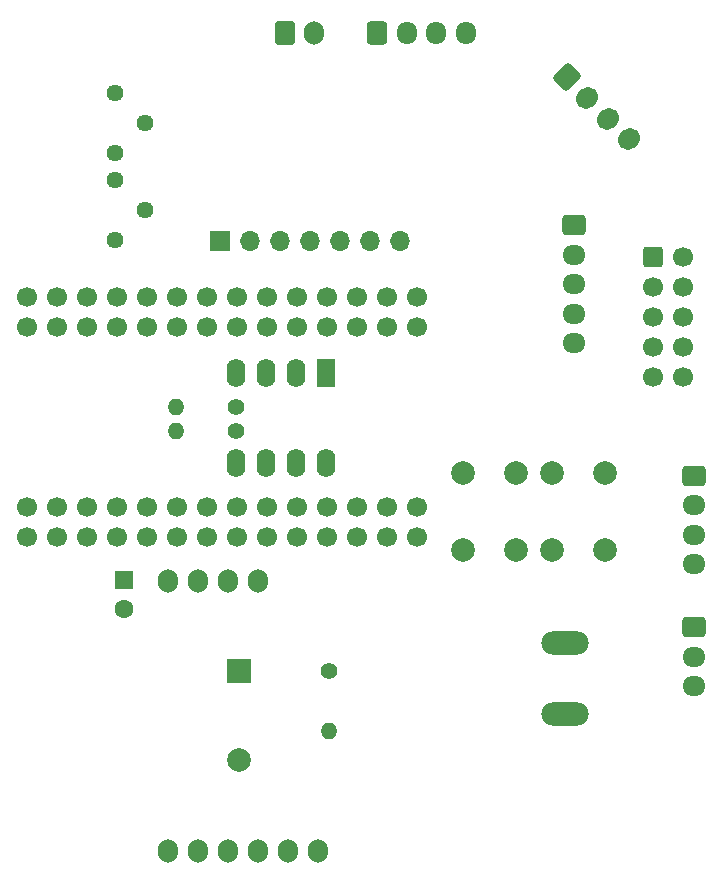
<source format=gbr>
%TF.GenerationSoftware,KiCad,Pcbnew,7.0.9*%
%TF.CreationDate,2024-06-22T14:55:11+09:00*%
%TF.ProjectId,Main,4d61696e-2e6b-4696-9361-645f70636258,rev?*%
%TF.SameCoordinates,Original*%
%TF.FileFunction,Soldermask,Bot*%
%TF.FilePolarity,Negative*%
%FSLAX46Y46*%
G04 Gerber Fmt 4.6, Leading zero omitted, Abs format (unit mm)*
G04 Created by KiCad (PCBNEW 7.0.9) date 2024-06-22 14:55:11*
%MOMM*%
%LPD*%
G01*
G04 APERTURE LIST*
G04 Aperture macros list*
%AMRoundRect*
0 Rectangle with rounded corners*
0 $1 Rounding radius*
0 $2 $3 $4 $5 $6 $7 $8 $9 X,Y pos of 4 corners*
0 Add a 4 corners polygon primitive as box body*
4,1,4,$2,$3,$4,$5,$6,$7,$8,$9,$2,$3,0*
0 Add four circle primitives for the rounded corners*
1,1,$1+$1,$2,$3*
1,1,$1+$1,$4,$5*
1,1,$1+$1,$6,$7*
1,1,$1+$1,$8,$9*
0 Add four rect primitives between the rounded corners*
20,1,$1+$1,$2,$3,$4,$5,0*
20,1,$1+$1,$4,$5,$6,$7,0*
20,1,$1+$1,$6,$7,$8,$9,0*
20,1,$1+$1,$8,$9,$2,$3,0*%
%AMHorizOval*
0 Thick line with rounded ends*
0 $1 width*
0 $2 $3 position (X,Y) of the first rounded end (center of the circle)*
0 $4 $5 position (X,Y) of the second rounded end (center of the circle)*
0 Add line between two ends*
20,1,$1,$2,$3,$4,$5,0*
0 Add two circle primitives to create the rounded ends*
1,1,$1,$2,$3*
1,1,$1,$4,$5*%
G04 Aperture macros list end*
%ADD10O,4.000000X2.000000*%
%ADD11R,1.700000X1.700000*%
%ADD12O,1.700000X1.700000*%
%ADD13RoundRect,0.250000X-0.936916X-0.088388X-0.088388X-0.936916X0.936916X0.088388X0.088388X0.936916X0*%
%ADD14HorizOval,1.700000X-0.088388X-0.088388X0.088388X0.088388X0*%
%ADD15RoundRect,0.250000X-0.600000X-0.750000X0.600000X-0.750000X0.600000X0.750000X-0.600000X0.750000X0*%
%ADD16O,1.700000X2.000000*%
%ADD17RoundRect,0.250000X-0.725000X0.600000X-0.725000X-0.600000X0.725000X-0.600000X0.725000X0.600000X0*%
%ADD18O,1.950000X1.700000*%
%ADD19C,2.000000*%
%ADD20C,1.440000*%
%ADD21RoundRect,0.250000X-0.600000X-0.725000X0.600000X-0.725000X0.600000X0.725000X-0.600000X0.725000X0*%
%ADD22O,1.700000X1.950000*%
%ADD23C,1.400000*%
%ADD24O,1.400000X1.400000*%
%ADD25R,1.600000X1.600000*%
%ADD26C,1.600000*%
%ADD27R,2.000000X2.000000*%
%ADD28C,1.700000*%
%ADD29R,1.600000X2.400000*%
%ADD30O,1.600000X2.400000*%
%ADD31RoundRect,0.250000X-0.600000X-0.600000X0.600000X-0.600000X0.600000X0.600000X-0.600000X0.600000X0*%
G04 APERTURE END LIST*
D10*
%TO.C,SW3*%
X164007800Y-108813600D03*
X164007800Y-102813600D03*
%TD*%
D11*
%TO.C,J1*%
X134742000Y-68764000D03*
D12*
X137282000Y-68764000D03*
X139822000Y-68764000D03*
X142362000Y-68764000D03*
X144902000Y-68764000D03*
X147442000Y-68764000D03*
X149982000Y-68764000D03*
%TD*%
D13*
%TO.C,J5*%
X164104466Y-54884466D03*
D14*
X165872233Y-56652233D03*
X167640000Y-58420000D03*
X169407767Y-60187767D03*
%TD*%
D15*
%TO.C,J4*%
X140255000Y-51181000D03*
D16*
X142755000Y-51181000D03*
%TD*%
D17*
%TO.C,J6*%
X164719000Y-67437000D03*
D18*
X164719000Y-69937000D03*
X164719000Y-72437000D03*
X164719000Y-74937000D03*
X164719000Y-77437000D03*
%TD*%
D19*
%TO.C,SW2*%
X167350000Y-88444000D03*
X167350000Y-94944000D03*
X162850000Y-88444000D03*
X162850000Y-94944000D03*
%TD*%
D20*
%TO.C,RV1*%
X125857000Y-61379000D03*
X128397000Y-58839000D03*
X125857000Y-56299000D03*
%TD*%
D21*
%TO.C,J3*%
X148082000Y-51181000D03*
D22*
X150582000Y-51181000D03*
X153082000Y-51181000D03*
X155582000Y-51181000D03*
%TD*%
D20*
%TO.C,R3*%
X125857000Y-68707000D03*
X128397000Y-66167000D03*
X125857000Y-63627000D03*
%TD*%
D23*
%TO.C,R1*%
X136144000Y-84836000D03*
D24*
X131064000Y-84836000D03*
%TD*%
D17*
%TO.C,J7*%
X174879000Y-88646000D03*
D18*
X174879000Y-91146000D03*
X174879000Y-93646000D03*
X174879000Y-96146000D03*
%TD*%
D25*
%TO.C,C1*%
X126619000Y-97473888D03*
D26*
X126619000Y-99973888D03*
%TD*%
D23*
%TO.C,R2*%
X136144000Y-82804000D03*
D24*
X131064000Y-82804000D03*
%TD*%
D27*
%TO.C,BZ1*%
X136398000Y-105166000D03*
D19*
X136398000Y-112766000D03*
%TD*%
D16*
%TO.C,U2*%
X143078200Y-120446800D03*
X140538200Y-120446800D03*
X137998200Y-120446800D03*
X135458200Y-120446800D03*
X132918200Y-120446800D03*
X130378200Y-120446800D03*
X130378200Y-97586800D03*
X132918200Y-97586800D03*
X135458200Y-97586800D03*
X137998200Y-97586800D03*
%TD*%
D17*
%TO.C,J8*%
X174879000Y-101473000D03*
D18*
X174879000Y-103973000D03*
X174879000Y-106473000D03*
%TD*%
D23*
%TO.C,R4*%
X144018000Y-105166000D03*
D24*
X144018000Y-110246000D03*
%TD*%
D19*
%TO.C,SW1*%
X155357000Y-94944000D03*
X155357000Y-88444000D03*
X159857000Y-94944000D03*
X159857000Y-88444000D03*
%TD*%
D28*
%TO.C,U3*%
X123523000Y-93853000D03*
X118443000Y-91313000D03*
X120983000Y-76073000D03*
X126063000Y-73533000D03*
X128603000Y-73533000D03*
X146383000Y-73533000D03*
X120983000Y-91313000D03*
X123523000Y-91313000D03*
X126063000Y-91313000D03*
X128603000Y-91313000D03*
X131143000Y-91313000D03*
X133683000Y-91313000D03*
X136223000Y-91313000D03*
X138763000Y-91313000D03*
X141303000Y-91313000D03*
X143843000Y-91313000D03*
X146383000Y-91313000D03*
X148923000Y-91313000D03*
X151463000Y-91313000D03*
X151463000Y-93853000D03*
X148923000Y-73533000D03*
X151463000Y-73533000D03*
X151463000Y-76073000D03*
X148923000Y-76073000D03*
X146383000Y-76073000D03*
X143843000Y-76073000D03*
X141303000Y-76073000D03*
X138763000Y-76073000D03*
X136223000Y-76073000D03*
X133683000Y-76073000D03*
X131143000Y-76073000D03*
X128603000Y-76073000D03*
X126063000Y-76073000D03*
X128603000Y-93853000D03*
X123523000Y-76073000D03*
X143843000Y-73533000D03*
X118443000Y-76073000D03*
X118443000Y-73533000D03*
X141303000Y-73533000D03*
X133683000Y-73533000D03*
X136223000Y-73533000D03*
X131143000Y-73533000D03*
X138763000Y-73533000D03*
X138763000Y-93853000D03*
X148923000Y-93853000D03*
X141303000Y-93853000D03*
X146383000Y-93853000D03*
X143843000Y-93853000D03*
X118443000Y-93853000D03*
X120983000Y-93853000D03*
X126063000Y-93853000D03*
X131143000Y-93853000D03*
X133683000Y-93853000D03*
X136223000Y-93853000D03*
X120983000Y-73533000D03*
X123523000Y-73533000D03*
%TD*%
D29*
%TO.C,U1*%
X143754000Y-79995000D03*
D30*
X141214000Y-79995000D03*
X138674000Y-79995000D03*
X136134000Y-79995000D03*
X136134000Y-87615000D03*
X138674000Y-87615000D03*
X141214000Y-87615000D03*
X143754000Y-87615000D03*
%TD*%
D31*
%TO.C,J2*%
X171450000Y-70104000D03*
D28*
X173990000Y-70104000D03*
X171450000Y-72644000D03*
X173990000Y-72644000D03*
X171450000Y-75184000D03*
X173990000Y-75184000D03*
X171450000Y-77724000D03*
X173990000Y-77724000D03*
X171450000Y-80264000D03*
X173990000Y-80264000D03*
%TD*%
M02*

</source>
